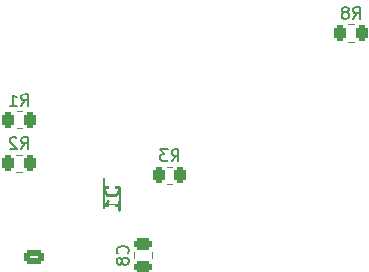
<source format=gbr>
%TF.GenerationSoftware,KiCad,Pcbnew,8.0.3*%
%TF.CreationDate,2024-11-24T21:53:37-06:00*%
%TF.ProjectId,wearable_som,77656172-6162-46c6-955f-736f6d2e6b69,rev?*%
%TF.SameCoordinates,Original*%
%TF.FileFunction,Legend,Bot*%
%TF.FilePolarity,Positive*%
%FSLAX46Y46*%
G04 Gerber Fmt 4.6, Leading zero omitted, Abs format (unit mm)*
G04 Created by KiCad (PCBNEW 8.0.3) date 2024-11-24 21:53:37*
%MOMM*%
%LPD*%
G01*
G04 APERTURE LIST*
G04 Aperture macros list*
%AMRoundRect*
0 Rectangle with rounded corners*
0 $1 Rounding radius*
0 $2 $3 $4 $5 $6 $7 $8 $9 X,Y pos of 4 corners*
0 Add a 4 corners polygon primitive as box body*
4,1,4,$2,$3,$4,$5,$6,$7,$8,$9,$2,$3,0*
0 Add four circle primitives for the rounded corners*
1,1,$1+$1,$2,$3*
1,1,$1+$1,$4,$5*
1,1,$1+$1,$6,$7*
1,1,$1+$1,$8,$9*
0 Add four rect primitives between the rounded corners*
20,1,$1+$1,$2,$3,$4,$5,0*
20,1,$1+$1,$4,$5,$6,$7,0*
20,1,$1+$1,$6,$7,$8,$9,0*
20,1,$1+$1,$8,$9,$2,$3,0*%
G04 Aperture macros list end*
%ADD10C,0.150000*%
%ADD11C,0.254000*%
%ADD12C,0.120000*%
%ADD13C,0.200000*%
%ADD14R,1.000000X1.000000*%
%ADD15R,1.700000X1.700000*%
%ADD16O,1.700000X1.700000*%
%ADD17O,2.004000X1.204000*%
%ADD18O,2.304000X1.204000*%
%ADD19C,0.650000*%
%ADD20RoundRect,0.650000X0.650000X0.650000X-0.650000X0.650000X-0.650000X-0.650000X0.650000X-0.650000X0*%
%ADD21C,2.600000*%
%ADD22RoundRect,0.250000X-0.625000X0.350000X-0.625000X-0.350000X0.625000X-0.350000X0.625000X0.350000X0*%
%ADD23O,1.750000X1.200000*%
%ADD24RoundRect,0.250000X-0.475000X0.250000X-0.475000X-0.250000X0.475000X-0.250000X0.475000X0.250000X0*%
%ADD25RoundRect,0.250000X0.262500X0.450000X-0.262500X0.450000X-0.262500X-0.450000X0.262500X-0.450000X0*%
%ADD26R,0.500000X1.075000*%
G04 APERTURE END LIST*
D10*
X105154580Y-138183333D02*
X105202200Y-138135714D01*
X105202200Y-138135714D02*
X105249819Y-137992857D01*
X105249819Y-137992857D02*
X105249819Y-137897619D01*
X105249819Y-137897619D02*
X105202200Y-137754762D01*
X105202200Y-137754762D02*
X105106961Y-137659524D01*
X105106961Y-137659524D02*
X105011723Y-137611905D01*
X105011723Y-137611905D02*
X104821247Y-137564286D01*
X104821247Y-137564286D02*
X104678390Y-137564286D01*
X104678390Y-137564286D02*
X104487914Y-137611905D01*
X104487914Y-137611905D02*
X104392676Y-137659524D01*
X104392676Y-137659524D02*
X104297438Y-137754762D01*
X104297438Y-137754762D02*
X104249819Y-137897619D01*
X104249819Y-137897619D02*
X104249819Y-137992857D01*
X104249819Y-137992857D02*
X104297438Y-138135714D01*
X104297438Y-138135714D02*
X104345057Y-138183333D01*
X104678390Y-138754762D02*
X104630771Y-138659524D01*
X104630771Y-138659524D02*
X104583152Y-138611905D01*
X104583152Y-138611905D02*
X104487914Y-138564286D01*
X104487914Y-138564286D02*
X104440295Y-138564286D01*
X104440295Y-138564286D02*
X104345057Y-138611905D01*
X104345057Y-138611905D02*
X104297438Y-138659524D01*
X104297438Y-138659524D02*
X104249819Y-138754762D01*
X104249819Y-138754762D02*
X104249819Y-138945238D01*
X104249819Y-138945238D02*
X104297438Y-139040476D01*
X104297438Y-139040476D02*
X104345057Y-139088095D01*
X104345057Y-139088095D02*
X104440295Y-139135714D01*
X104440295Y-139135714D02*
X104487914Y-139135714D01*
X104487914Y-139135714D02*
X104583152Y-139088095D01*
X104583152Y-139088095D02*
X104630771Y-139040476D01*
X104630771Y-139040476D02*
X104678390Y-138945238D01*
X104678390Y-138945238D02*
X104678390Y-138754762D01*
X104678390Y-138754762D02*
X104726009Y-138659524D01*
X104726009Y-138659524D02*
X104773628Y-138611905D01*
X104773628Y-138611905D02*
X104868866Y-138564286D01*
X104868866Y-138564286D02*
X105059342Y-138564286D01*
X105059342Y-138564286D02*
X105154580Y-138611905D01*
X105154580Y-138611905D02*
X105202200Y-138659524D01*
X105202200Y-138659524D02*
X105249819Y-138754762D01*
X105249819Y-138754762D02*
X105249819Y-138945238D01*
X105249819Y-138945238D02*
X105202200Y-139040476D01*
X105202200Y-139040476D02*
X105154580Y-139088095D01*
X105154580Y-139088095D02*
X105059342Y-139135714D01*
X105059342Y-139135714D02*
X104868866Y-139135714D01*
X104868866Y-139135714D02*
X104773628Y-139088095D01*
X104773628Y-139088095D02*
X104726009Y-139040476D01*
X104726009Y-139040476D02*
X104678390Y-138945238D01*
X96154166Y-125679819D02*
X96487499Y-125203628D01*
X96725594Y-125679819D02*
X96725594Y-124679819D01*
X96725594Y-124679819D02*
X96344642Y-124679819D01*
X96344642Y-124679819D02*
X96249404Y-124727438D01*
X96249404Y-124727438D02*
X96201785Y-124775057D01*
X96201785Y-124775057D02*
X96154166Y-124870295D01*
X96154166Y-124870295D02*
X96154166Y-125013152D01*
X96154166Y-125013152D02*
X96201785Y-125108390D01*
X96201785Y-125108390D02*
X96249404Y-125156009D01*
X96249404Y-125156009D02*
X96344642Y-125203628D01*
X96344642Y-125203628D02*
X96725594Y-125203628D01*
X95201785Y-125679819D02*
X95773213Y-125679819D01*
X95487499Y-125679819D02*
X95487499Y-124679819D01*
X95487499Y-124679819D02*
X95582737Y-124822676D01*
X95582737Y-124822676D02*
X95677975Y-124917914D01*
X95677975Y-124917914D02*
X95773213Y-124965533D01*
X96129166Y-129354819D02*
X96462499Y-128878628D01*
X96700594Y-129354819D02*
X96700594Y-128354819D01*
X96700594Y-128354819D02*
X96319642Y-128354819D01*
X96319642Y-128354819D02*
X96224404Y-128402438D01*
X96224404Y-128402438D02*
X96176785Y-128450057D01*
X96176785Y-128450057D02*
X96129166Y-128545295D01*
X96129166Y-128545295D02*
X96129166Y-128688152D01*
X96129166Y-128688152D02*
X96176785Y-128783390D01*
X96176785Y-128783390D02*
X96224404Y-128831009D01*
X96224404Y-128831009D02*
X96319642Y-128878628D01*
X96319642Y-128878628D02*
X96700594Y-128878628D01*
X95748213Y-128450057D02*
X95700594Y-128402438D01*
X95700594Y-128402438D02*
X95605356Y-128354819D01*
X95605356Y-128354819D02*
X95367261Y-128354819D01*
X95367261Y-128354819D02*
X95272023Y-128402438D01*
X95272023Y-128402438D02*
X95224404Y-128450057D01*
X95224404Y-128450057D02*
X95176785Y-128545295D01*
X95176785Y-128545295D02*
X95176785Y-128640533D01*
X95176785Y-128640533D02*
X95224404Y-128783390D01*
X95224404Y-128783390D02*
X95795832Y-129354819D01*
X95795832Y-129354819D02*
X95176785Y-129354819D01*
X108891666Y-130379819D02*
X109224999Y-129903628D01*
X109463094Y-130379819D02*
X109463094Y-129379819D01*
X109463094Y-129379819D02*
X109082142Y-129379819D01*
X109082142Y-129379819D02*
X108986904Y-129427438D01*
X108986904Y-129427438D02*
X108939285Y-129475057D01*
X108939285Y-129475057D02*
X108891666Y-129570295D01*
X108891666Y-129570295D02*
X108891666Y-129713152D01*
X108891666Y-129713152D02*
X108939285Y-129808390D01*
X108939285Y-129808390D02*
X108986904Y-129856009D01*
X108986904Y-129856009D02*
X109082142Y-129903628D01*
X109082142Y-129903628D02*
X109463094Y-129903628D01*
X108558332Y-129379819D02*
X107939285Y-129379819D01*
X107939285Y-129379819D02*
X108272618Y-129760771D01*
X108272618Y-129760771D02*
X108129761Y-129760771D01*
X108129761Y-129760771D02*
X108034523Y-129808390D01*
X108034523Y-129808390D02*
X107986904Y-129856009D01*
X107986904Y-129856009D02*
X107939285Y-129951247D01*
X107939285Y-129951247D02*
X107939285Y-130189342D01*
X107939285Y-130189342D02*
X107986904Y-130284580D01*
X107986904Y-130284580D02*
X108034523Y-130332200D01*
X108034523Y-130332200D02*
X108129761Y-130379819D01*
X108129761Y-130379819D02*
X108415475Y-130379819D01*
X108415475Y-130379819D02*
X108510713Y-130332200D01*
X108510713Y-130332200D02*
X108558332Y-130284580D01*
X124254166Y-118329819D02*
X124587499Y-117853628D01*
X124825594Y-118329819D02*
X124825594Y-117329819D01*
X124825594Y-117329819D02*
X124444642Y-117329819D01*
X124444642Y-117329819D02*
X124349404Y-117377438D01*
X124349404Y-117377438D02*
X124301785Y-117425057D01*
X124301785Y-117425057D02*
X124254166Y-117520295D01*
X124254166Y-117520295D02*
X124254166Y-117663152D01*
X124254166Y-117663152D02*
X124301785Y-117758390D01*
X124301785Y-117758390D02*
X124349404Y-117806009D01*
X124349404Y-117806009D02*
X124444642Y-117853628D01*
X124444642Y-117853628D02*
X124825594Y-117853628D01*
X123682737Y-117758390D02*
X123777975Y-117710771D01*
X123777975Y-117710771D02*
X123825594Y-117663152D01*
X123825594Y-117663152D02*
X123873213Y-117567914D01*
X123873213Y-117567914D02*
X123873213Y-117520295D01*
X123873213Y-117520295D02*
X123825594Y-117425057D01*
X123825594Y-117425057D02*
X123777975Y-117377438D01*
X123777975Y-117377438D02*
X123682737Y-117329819D01*
X123682737Y-117329819D02*
X123492261Y-117329819D01*
X123492261Y-117329819D02*
X123397023Y-117377438D01*
X123397023Y-117377438D02*
X123349404Y-117425057D01*
X123349404Y-117425057D02*
X123301785Y-117520295D01*
X123301785Y-117520295D02*
X123301785Y-117567914D01*
X123301785Y-117567914D02*
X123349404Y-117663152D01*
X123349404Y-117663152D02*
X123397023Y-117710771D01*
X123397023Y-117710771D02*
X123492261Y-117758390D01*
X123492261Y-117758390D02*
X123682737Y-117758390D01*
X123682737Y-117758390D02*
X123777975Y-117806009D01*
X123777975Y-117806009D02*
X123825594Y-117853628D01*
X123825594Y-117853628D02*
X123873213Y-117948866D01*
X123873213Y-117948866D02*
X123873213Y-118139342D01*
X123873213Y-118139342D02*
X123825594Y-118234580D01*
X123825594Y-118234580D02*
X123777975Y-118282200D01*
X123777975Y-118282200D02*
X123682737Y-118329819D01*
X123682737Y-118329819D02*
X123492261Y-118329819D01*
X123492261Y-118329819D02*
X123397023Y-118282200D01*
X123397023Y-118282200D02*
X123349404Y-118234580D01*
X123349404Y-118234580D02*
X123301785Y-118139342D01*
X123301785Y-118139342D02*
X123301785Y-117948866D01*
X123301785Y-117948866D02*
X123349404Y-117853628D01*
X123349404Y-117853628D02*
X123397023Y-117806009D01*
X123397023Y-117806009D02*
X123492261Y-117758390D01*
D11*
X104424318Y-132537618D02*
X103154318Y-132537618D01*
X103154318Y-132537618D02*
X103154318Y-132839999D01*
X103154318Y-132839999D02*
X103214794Y-133021428D01*
X103214794Y-133021428D02*
X103335746Y-133142380D01*
X103335746Y-133142380D02*
X103456699Y-133202857D01*
X103456699Y-133202857D02*
X103698603Y-133263333D01*
X103698603Y-133263333D02*
X103880032Y-133263333D01*
X103880032Y-133263333D02*
X104121937Y-133202857D01*
X104121937Y-133202857D02*
X104242889Y-133142380D01*
X104242889Y-133142380D02*
X104363842Y-133021428D01*
X104363842Y-133021428D02*
X104424318Y-132839999D01*
X104424318Y-132839999D02*
X104424318Y-132537618D01*
X104424318Y-134472857D02*
X104424318Y-133747142D01*
X104424318Y-134109999D02*
X103154318Y-134109999D01*
X103154318Y-134109999D02*
X103335746Y-133989047D01*
X103335746Y-133989047D02*
X103456699Y-133868095D01*
X103456699Y-133868095D02*
X103517175Y-133747142D01*
D12*
%TO.C,C8*%
X105740000Y-138611252D02*
X105740000Y-138088748D01*
X107210000Y-138611252D02*
X107210000Y-138088748D01*
%TO.C,R1*%
X95760436Y-126140000D02*
X96214564Y-126140000D01*
X95760436Y-127610000D02*
X96214564Y-127610000D01*
%TO.C,R2*%
X95735436Y-129815000D02*
X96189564Y-129815000D01*
X95735436Y-131285000D02*
X96189564Y-131285000D01*
%TO.C,R3*%
X108497936Y-130840000D02*
X108952064Y-130840000D01*
X108497936Y-132310000D02*
X108952064Y-132310000D01*
%TO.C,R8*%
X123860436Y-118790000D02*
X124314564Y-118790000D01*
X123860436Y-120260000D02*
X124314564Y-120260000D01*
D13*
%TO.C,D1*%
X103200000Y-134325000D02*
X103200000Y-131775000D01*
X104500000Y-134325000D02*
X104500000Y-132625000D01*
%TD*%
%LPC*%
D14*
%TO.C,TP1*%
X107550000Y-124800000D03*
%TD*%
D15*
%TO.C,J1*%
X131325000Y-123545000D03*
D16*
X131325000Y-121005000D03*
X131325000Y-118465000D03*
X131325000Y-115925000D03*
%TD*%
D15*
%TO.C,R10*%
X111110000Y-140875000D03*
D16*
X113650000Y-140875000D03*
%TD*%
D17*
%TO.C,J2*%
X95670000Y-132835000D03*
X95670000Y-124195000D03*
D18*
X99850000Y-132835000D03*
X99850000Y-124195000D03*
D19*
X99350000Y-131405000D03*
X99350000Y-125625000D03*
%TD*%
D20*
%TO.C,M1*%
X121515000Y-110600000D03*
D21*
X116435000Y-110600000D03*
%TD*%
D22*
%TO.C,BT1*%
X97275000Y-138450000D03*
D23*
X97275000Y-140450000D03*
%TD*%
D14*
%TO.C,TP2*%
X100100000Y-134675000D03*
%TD*%
%TO.C,TP3*%
X100775000Y-141350000D03*
%TD*%
D24*
%TO.C,C8*%
X106475000Y-137400000D03*
X106475000Y-139300000D03*
%TD*%
D25*
%TO.C,R1*%
X96900000Y-126875000D03*
X95075000Y-126875000D03*
%TD*%
%TO.C,R2*%
X96875000Y-130550000D03*
X95050000Y-130550000D03*
%TD*%
%TO.C,R3*%
X109637500Y-131575000D03*
X107812500Y-131575000D03*
%TD*%
%TO.C,R8*%
X125000000Y-119525000D03*
X123175000Y-119525000D03*
%TD*%
D26*
%TO.C,D1*%
X103850000Y-132313000D03*
X103850000Y-134637000D03*
%TD*%
%LPD*%
M02*

</source>
